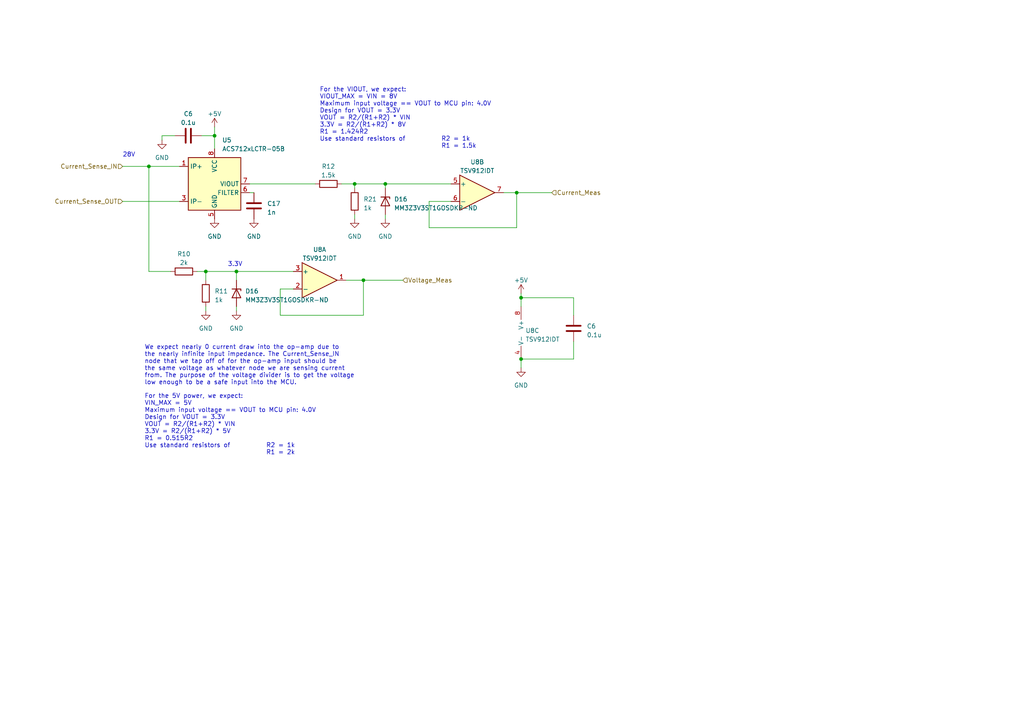
<source format=kicad_sch>
(kicad_sch (version 20230121) (generator eeschema)
  (paper "A4")
  (lib_symbols
    (symbol "Amplifier_Operational:TSV912IDT" (pin_names (offset 0.127))
      (property "Reference" "U" (at 0 5.08 0))
      (property "Value" "TSV912IDT" (at 0 -5.08 0))
      (symbol "TSV912IDT_1_1"
        (polyline (pts (xy -5.08 5.08) (xy 5.08 0) (xy -5.08 -5.08) (xy -5.08 5.08)) (stroke (width 0.254)) (fill (type background)))
        (pin output line (at 7.62 0 180) (length 2.54) (name "~") (number "1"))
        (pin input line (at -7.62 -2.54 0) (length 2.54) (name "-") (number "2"))
        (pin input line (at -7.62 2.54 0) (length 2.54) (name "+") (number "3"))
      )
      (symbol "TSV912IDT_2_1"
        (polyline (pts (xy -5.08 5.08) (xy 5.08 0) (xy -5.08 -5.08) (xy -5.08 5.08)) (stroke (width 0.254)) (fill (type background)))
        (pin input line (at -7.62 2.54 0) (length 2.54) (name "+") (number "5"))
        (pin input line (at -7.62 -2.54 0) (length 2.54) (name "-") (number "6"))
        (pin output line (at 7.62 0 180) (length 2.54) (name "~") (number "7"))
      )
      (symbol "TSV912IDT_3_1"
        (pin power_in line (at -2.54 -7.62 90) (length 3.81) (name "V-") (number "4"))
        (pin power_in line (at -2.54 7.62 270) (length 3.81) (name "V+") (number "8"))
      )
    )
    (symbol "Device:C" (pin_numbers hide) (pin_names (offset 0.254))
      (property "Reference" "C" (at 0.635 2.54 0))
      (property "Value" "C" (at 0.635 -2.54 0))
      (symbol "C_0_1"
        (polyline (pts (xy -2.032 -0.762) (xy 2.032 -0.762)) (stroke (width 0.508)))
        (polyline (pts (xy -2.032 0.762) (xy 2.032 0.762)) (stroke (width 0.508)))
      )
      (symbol "C_1_1"
        (pin passive line (at 0 3.81 270) (length 2.794) (name "~") (number "1"))
        (pin passive line (at 0 -3.81 90) (length 2.794) (name "~") (number "2"))
      )
    )
    (symbol "Device:D_Zener" (pin_numbers hide) (pin_names (offset 1.016) hide)
      (property "Reference" "D" (at 0 2.54 0))
      (property "Value" "D_Zener" (at 0 -2.54 0))
      (symbol "D_Zener_0_1"
        (polyline (pts (xy 1.27 0) (xy -1.27 0)))
        (polyline (pts (xy -1.27 -1.27) (xy -1.27 1.27) (xy -0.762 1.27)) (stroke (width 0.254)))
        (polyline (pts (xy 1.27 -1.27) (xy 1.27 1.27) (xy -1.27 0) (xy 1.27 -1.27)) (stroke (width 0.254)))
      )
      (symbol "D_Zener_1_1"
        (pin passive line (at -3.81 0 0) (length 2.54) (name "K") (number "1"))
        (pin passive line (at 3.81 0 180) (length 2.54) (name "A") (number "2"))
      )
    )
    (symbol "Device:R" (pin_numbers hide) (pin_names (offset 0))
      (property "Reference" "R" (at 2.032 0 90))
      (property "Value" "R" (at 0 0 90))
      (symbol "R_0_1"
        (rectangle (start -1.016 -2.54) (end 1.016 2.54) (stroke (width 0.254)))
      )
      (symbol "R_1_1"
        (pin passive line (at 0 3.81 270) (length 1.27) (name "~") (number "1"))
        (pin passive line (at 0 -3.81 90) (length 1.27) (name "~") (number "2"))
      )
    )
    (symbol "Sensor_Current:ACS712xLCTR-05B"
      (property "Reference" "U" (at 2.54 11.43 0))
      (property "Value" "ACS712xLCTR-05B" (at 2.54 8.89 0))
      (symbol "ACS712xLCTR-05B_0_1"
        (rectangle (start -7.62 7.62) (end 7.62 -7.62) (stroke (width 0.254)) (fill (type background)))
      )
      (symbol "ACS712xLCTR-05B_1_1"
        (pin passive line (at -10.16 5.08 0) (length 2.54) (name "IP+") (number "1"))
        (pin passive line (at -10.16 5.08 0) (length 2.54) hide (name "IP+") (number "2"))
        (pin passive line (at -10.16 -5.08 0) (length 2.54) (name "IP-") (number "3"))
        (pin passive line (at -10.16 -5.08 0) (length 2.54) hide (name "IP-") (number "4"))
        (pin power_in line (at 0 -10.16 90) (length 2.54) (name "GND") (number "5"))
        (pin passive line (at 10.16 -2.54 180) (length 2.54) (name "FILTER") (number "6"))
        (pin output line (at 10.16 0 180) (length 2.54) (name "VIOUT") (number "7"))
        (pin power_in line (at 0 10.16 270) (length 2.54) (name "VCC") (number "8"))
      )
    )
    (symbol "power:+5V" (power) (pin_names (offset 0))
      (property "Value" "+5V" (at 0 3.556 0))
      (symbol "+5V_0_1"
        (polyline (pts (xy -0.762 1.27) (xy 0 2.54)))
        (polyline (pts (xy 0 0) (xy 0 2.54)))
        (polyline (pts (xy 0 2.54) (xy 0.762 1.27)))
      )
      (symbol "+5V_1_1"
        (pin power_in line (at 0 0 90) (length 0) hide (name "+5V") (number "1"))
      )
    )
    (symbol "power:GND" (power) (pin_names (offset 0))
      (property "Value" "GND" (at 0 -3.81 0))
      (symbol "GND_0_1"
        (polyline (pts (xy 0 0) (xy 0 -1.27) (xy 1.27 -1.27) (xy 0 -2.54) (xy -1.27 -1.27) (xy 0 -1.27)))
      )
      (symbol "GND_1_1"
        (pin power_in line (at 0 0 270) (length 0) hide (name "GND") (number "1"))
      )
    )
  )
  (junction (at 43.18 48.26))
  (junction (at 59.69 78.74))
  (junction (at 111.76 53.34))
  (junction (at 105.41 81.28))
  (junction (at 102.87 53.34))
  (junction (at 151.13 86.36))
  (junction (at 62.23 39.37))
  (junction (at 149.86 55.88))
  (junction (at 68.58 78.74))
  (junction (at 151.13 104.14))
  (wire (pts (xy 102.87 53.34) (xy 111.76 53.34)))
  (wire (pts (xy 105.41 91.44) (xy 105.41 81.28)))
  (wire (pts (xy 58.42 39.37) (xy 62.23 39.37)))
  (wire (pts (xy 59.69 78.74) (xy 59.69 81.28)))
  (wire (pts (xy 43.18 48.26) (xy 52.07 48.26)))
  (wire (pts (xy 166.37 99.06) (xy 166.37 104.14)))
  (wire (pts (xy 72.39 55.88) (xy 73.66 55.88)))
  (wire (pts (xy 43.18 48.26) (xy 43.18 78.74)))
  (wire (pts (xy 72.39 53.34) (xy 91.44 53.34)))
  (wire (pts (xy 50.8 39.37) (xy 46.99 39.37)))
  (wire (pts (xy 151.13 106.68) (xy 151.13 104.14)))
  (wire (pts (xy 59.69 78.74) (xy 68.58 78.74)))
  (wire (pts (xy 146.05 55.88) (xy 149.86 55.88)))
  (wire (pts (xy 149.86 66.04) (xy 149.86 55.88)))
  (wire (pts (xy 130.81 58.42) (xy 124.46 58.42)))
  (wire (pts (xy 124.46 66.04) (xy 149.86 66.04)))
  (wire (pts (xy 151.13 86.36) (xy 166.37 86.36)))
  (wire (pts (xy 105.41 81.28) (xy 116.84 81.28)))
  (wire (pts (xy 81.28 91.44) (xy 105.41 91.44)))
  (wire (pts (xy 68.58 78.74) (xy 85.09 78.74)))
  (wire (pts (xy 81.28 83.82) (xy 81.28 91.44)))
  (wire (pts (xy 68.58 88.9) (xy 68.58 90.17)))
  (wire (pts (xy 149.86 55.88) (xy 160.02 55.88)))
  (wire (pts (xy 85.09 83.82) (xy 81.28 83.82)))
  (wire (pts (xy 111.76 53.34) (xy 111.76 54.61)))
  (wire (pts (xy 102.87 62.23) (xy 102.87 63.5)))
  (wire (pts (xy 151.13 86.36) (xy 151.13 88.9)))
  (wire (pts (xy 43.18 78.74) (xy 49.53 78.74)))
  (wire (pts (xy 102.87 53.34) (xy 102.87 54.61)))
  (wire (pts (xy 57.15 78.74) (xy 59.69 78.74)))
  (wire (pts (xy 124.46 58.42) (xy 124.46 66.04)))
  (wire (pts (xy 62.23 39.37) (xy 62.23 43.18)))
  (wire (pts (xy 62.23 36.83) (xy 62.23 39.37)))
  (wire (pts (xy 151.13 85.09) (xy 151.13 86.36)))
  (wire (pts (xy 99.06 53.34) (xy 102.87 53.34)))
  (wire (pts (xy 111.76 62.23) (xy 111.76 63.5)))
  (wire (pts (xy 35.56 48.26) (xy 43.18 48.26)))
  (wire (pts (xy 111.76 53.34) (xy 130.81 53.34)))
  (wire (pts (xy 166.37 86.36) (xy 166.37 91.44)))
  (wire (pts (xy 52.07 58.42) (xy 35.56 58.42)))
  (wire (pts (xy 105.41 81.28) (xy 100.33 81.28)))
  (wire (pts (xy 46.99 39.37) (xy 46.99 40.64)))
  (wire (pts (xy 166.37 104.14) (xy 151.13 104.14)))
  (wire (pts (xy 68.58 78.74) (xy 68.58 81.28)))
  (wire (pts (xy 59.69 88.9) (xy 59.69 90.17)))
  (text "We expect nearly 0 current draw into the op-amp due to\nthe nearly infinite input impedance. The Current_Sense_IN\nnode that we tap off of for the op-amp input should be\nthe same voltage as whatever node we are sensing current\nfrom. The purpose of the voltage divider is to get the voltage\nlow enough to be a safe input into the MCU." (at 41.91 111.76 0) (effects (font (size 1.27 1.27)) (justify left bottom)))
  (text "3.3V" (at 66.04 77.47 0) (effects (font (size 1.27 1.27)) (justify left bottom)))
  (text "For the 5V power, we expect:\nVIN_MAX = 5V\nMaximum input voltage == VOUT to MCU pin: 4.0V\nDesign for VOUT = 3.3V\nVOUT = R2/(R1+R2) * VIN\n3.3V = R2/(R1+R2) * 5V\nR1 = 0.515R2\nUse standard resistors of 	R2 = 1k\n							R1 = 2k" (at 41.91 132.08 0) (effects (font (size 1.27 1.27)) (justify left bottom)))
  (text "For the VIOUT, we expect:\nVIOUT_MAX = VIN = 8V\nMaximum input voltage == VOUT to MCU pin: 4.0V\nDesign for VOUT = 3.3V\nVOUT = R2/(R1+R2) * VIN\n3.3V = R2/(R1+R2) * 8V\nR1 = 1.424R2\nUse standard resistors of 	R2 = 1k\n							R1 = 1.5k" (at 92.71 43.18 0) (effects (font (size 1.27 1.27)) (justify left bottom)))
  (text "28V" (at 35.56 45.72 0) (effects (font (size 1.27 1.27)) (justify left bottom)))
  (hierarchical_label "Current_Sense_OUT" (shape input) (at 35.56 58.42 180))
  (hierarchical_label "Current_Sense_IN" (shape input) (at 35.56 48.26 180))
  (hierarchical_label "Current_Meas" (shape input) (at 160.02 55.88 0))
  (hierarchical_label "Voltage_Meas" (shape input) (at 116.84 81.28 0))
  (symbol (lib_id "power:GND") (at 73.66 63.5 0) (unit 1)
    (property "Reference" "#PWR064" (effects hide))
    (property "Value" "GND" (at 73.66 68.58 0))
    (instances (project "FCBoard" (path "" (reference "#PWR064") (unit 1)) (path "" (reference "#PWR054") (unit 1))))
  )
  (symbol (lib_id "Device:R") (at 95.25 53.34 90) (unit 1)
    (property "Reference" "R12" (at 95.25 48.26 90))
    (property "Value" "1.5k" (at 95.25 50.8 90))
    (property "Footprint" "Resistor_SMD:R_0805_2012Metric" (effects hide))
    (instances (project "FCBoard" (path "" (reference "R12") (unit 1)) (path "" (reference "R30") (unit 1))))
  )
  (symbol (lib_id "power:GND") (at 46.99 40.64 0) (unit 1)
    (property "Reference" "#PWR023" (effects hide))
    (property "Value" "GND" (at 46.99 45.72 0))
    (instances (project "FCBoard" (path "" (reference "#PWR023") (unit 1)) (path "" (reference "#PWR049") (unit 1))))
  )
  (symbol (lib_id "Device:D_Zener") (at 68.58 85.09 270) (unit 1)
    (property "Reference" "D16" (at 71.12 84.455 90) (effects (justify left)))
    (property "Value" "MM3Z3V3ST1GOSDKR-ND" (at 71.12 86.995 90) (effects (justify left)))
    (property "Footprint" "Diode_SMD:D_SOD-323" (effects hide))
    (property "Datasheet" "https://www.onsemi.com/pdf/datasheet/mm3z2v4st1-d.pdf" (effects hide))
    (instances (project "FCBoard" (path "" (reference "D16") (unit 1)) (path "" (reference "D17") (unit 1))))
  )
  (symbol (lib_id "power:GND") (at 102.87 63.5 0) (unit 1)
    (property "Reference" "#PWR065" (effects hide))
    (property "Value" "GND" (at 102.87 68.58 0))
    (instances (project "FCBoard" (path "" (reference "#PWR065") (unit 1)) (path "" (reference "#PWR055") (unit 1))))
  )
  (symbol (lib_id "Device:R") (at 102.87 58.42 180) (unit 1)
    (property "Reference" "R21" (at 105.41 57.785 0) (effects (justify right)))
    (property "Value" "1k" (at 105.41 60.325 0) (effects (justify right)))
    (property "Footprint" "Resistor_SMD:R_0805_2012Metric" (effects hide))
    (instances (project "FCBoard" (path "" (reference "R21") (unit 1)) (path "" (reference "R31") (unit 1))))
  )
  (symbol (lib_id "power:GND") (at 59.69 90.17 0) (unit 1)
    (property "Reference" "#PWR024" (effects hide))
    (property "Value" "GND" (at 59.69 95.25 0))
    (instances (project "FCBoard" (path "" (reference "#PWR024") (unit 1)) (path "" (reference "#PWR050") (unit 1))))
  )
  (symbol (lib_id "Device:C") (at 54.61 39.37 90) (unit 1)
    (property "Reference" "C6" (at 54.61 33.02 90))
    (property "Value" "0.1u" (at 54.61 35.56 90))
    (property "Footprint" "Capacitor_SMD:C_0603_1608Metric" (effects hide))
    (property "Datasheet" "https://connect.kemet.com:7667/gateway/IntelliData-ComponentDocumentation/1.0/download/datasheet/C0603C104K8RACTU" (effects hide))
    (property "Part" "C0603C104K8RAC7867" (effects hide))
    (instances (project "FCBoard" (path "" (reference "C6") (unit 1)) (path "" (reference "C35") (unit 1))))
  )
  (symbol (lib_id "power:+5V") (at 151.13 85.09 0) (unit 1)
    (property "Reference" "#PWR067" (effects hide))
    (property "Value" "+5V" (at 151.13 81.28 0))
    (instances (project "FCBoard" (path "" (reference "#PWR067") (unit 1)) (path "" (reference "#PWR057") (unit 1))))
  )
  (symbol (lib_id "Amplifier_Operational:TSV912IDT") (at 153.67 96.52 0) (unit 3)
    (property "Reference" "U8" (at 152.4 95.885 0) (effects (justify left)))
    (property "Value" "TSV912IDT" (at 152.4 98.425 0) (effects (justify left)))
    (property "Footprint" "BATT_FTP:SO8_STM" (effects hide))
    (property "Datasheet" "www.st.com/resource/en/datasheet/tsv911.pdf" (effects hide))
    (instances (project "FCBoard" (path "" (reference "U8") (unit 3)) (path "" (reference "U13") (unit 3))))
  )
  (symbol (lib_id "Amplifier_Operational:TSV912IDT") (at 138.43 55.88 0) (unit 2)
    (property "Reference" "U8" (at 138.43 46.99 0))
    (property "Value" "TSV912IDT" (at 138.43 49.53 0))
    (property "Footprint" "BATT_FTP:SO8_STM" (effects hide))
    (property "Datasheet" "www.st.com/resource/en/datasheet/tsv911.pdf" (effects hide))
    (instances (project "FCBoard" (path "" (reference "U8") (unit 2)) (path "" (reference "U13") (unit 2))))
  )
  (symbol (lib_id "Device:C") (at 166.37 95.25 0) (unit 1)
    (property "Reference" "C6" (at 170.18 94.615 0) (effects (justify left)))
    (property "Value" "0.1u" (at 170.18 97.155 0) (effects (justify left)))
    (property "Footprint" "Capacitor_SMD:C_0603_1608Metric" (effects hide))
    (property "Datasheet" "https://connect.kemet.com:7667/gateway/IntelliData-ComponentDocumentation/1.0/download/datasheet/C0603C104K8RACTU" (effects hide))
    (property "Part" "C0603C104K8RAC7867" (effects hide))
    (instances (project "FCBoard" (path "" (reference "C6") (unit 1)) (path "" (reference "C37") (unit 1))))
  )
  (symbol (lib_id "Device:R") (at 53.34 78.74 90) (unit 1)
    (property "Reference" "R10" (at 53.34 73.66 90))
    (property "Value" "2k" (at 53.34 76.2 90))
    (property "Footprint" "Resistor_SMD:R_0805_2012Metric" (effects hide))
    (instances (project "FCBoard" (path "" (reference "R10") (unit 1)) (path "" (reference "R28") (unit 1))))
  )
  (symbol (lib_id "Sensor_Current:ACS712xLCTR-05B") (at 62.23 53.34 0) (unit 1)
    (property "Reference" "U5" (at 64.4241 40.64 0) (effects (justify left)))
    (property "Value" "ACS712xLCTR-05B" (at 64.4241 43.18 0) (effects (justify left)))
    (property "Footprint" "Package_SO:SOIC-8_3.9x4.9mm_P1.27mm" (effects hide))
    (property "Datasheet" "http://www.allegromicro.com/~/media/Files/Datasheets/ACS712-Datasheet.ashx?la=en" (effects hide))
    (instances (project "FCBoard" (path "" (reference "U5") (unit 1)) (path "" (reference "U6") (unit 1)) (path "" (reference "U12") (unit 1))))
  )
  (symbol (lib_id "Amplifier_Operational:TSV912IDT") (at 92.71 81.28 0) (unit 1)
    (property "Reference" "U8" (at 92.71 72.39 0))
    (property "Value" "TSV912IDT" (at 92.71 74.93 0))
    (property "Footprint" "BATT_FTP:SO8_STM" (effects hide))
    (property "Datasheet" "www.st.com/resource/en/datasheet/tsv911.pdf" (effects hide))
    (instances (project "FCBoard" (path "" (reference "U8") (unit 1)) (path "" (reference "U13") (unit 1))))
  )
  (symbol (lib_id "Device:C") (at 73.66 59.69 180) (unit 1)
    (property "Reference" "C17" (at 77.47 59.055 0) (effects (justify right)))
    (property "Value" "1n" (at 77.47 61.595 0) (effects (justify right)))
    (property "Footprint" "Capacitor_SMD:C_0603_1608Metric" (effects hide))
    (property "Datasheet" "https://www.yageo.com/upload/media/product/app/datasheet/mlcc/upy-gphc_x7r_6_3v-to-250v.pdf" (effects hide))
    (property "Part" "CC0603JRX7R7BB102" (effects hide))
    (instances (project "FCBoard" (path "" (reference "C17") (unit 1)) (path "" (reference "C36") (unit 1))))
  )
  (symbol (lib_id "power:GND") (at 68.58 90.17 0) (unit 1)
    (property "Reference" "#PWR063" (effects hide))
    (property "Value" "GND" (at 68.58 95.25 0))
    (instances (project "FCBoard" (path "" (reference "#PWR063") (unit 1)) (path "" (reference "#PWR053") (unit 1))))
  )
  (symbol (lib_id "power:GND") (at 111.76 63.5 0) (unit 1)
    (property "Reference" "#PWR066" (effects hide))
    (property "Value" "GND" (at 111.76 68.58 0))
    (instances (project "FCBoard" (path "" (reference "#PWR066") (unit 1)) (path "" (reference "#PWR056") (unit 1))))
  )
  (symbol (lib_id "Device:D_Zener") (at 111.76 58.42 270) (unit 1)
    (property "Reference" "D16" (at 114.3 57.785 90) (effects (justify left)))
    (property "Value" "MM3Z3V3ST1GOSDKR-ND" (at 114.3 60.325 90) (effects (justify left)))
    (property "Footprint" "Diode_SMD:D_SOD-323" (effects hide))
    (property "Datasheet" "https://www.onsemi.com/pdf/datasheet/mm3z2v4st1-d.pdf" (effects hide))
    (instances (project "FCBoard" (path "" (reference "D16") (unit 1)) (path "" (reference "D8") (unit 1))))
  )
  (symbol (lib_id "power:GND") (at 62.23 63.5 0) (unit 1)
    (property "Reference" "#PWR062" (effects hide))
    (property "Value" "GND" (at 62.23 68.58 0))
    (instances (project "FCBoard" (path "" (reference "#PWR062") (unit 1)) (path "" (reference "#PWR052") (unit 1))))
  )
  (symbol (lib_id "power:+5V") (at 62.23 36.83 0) (unit 1)
    (property "Reference" "#PWR053" (effects hide))
    (property "Value" "+5V" (at 62.23 33.02 0))
    (instances (project "FCBoard" (path "" (reference "#PWR053") (unit 1)) (path "" (reference "#PWR051") (unit 1))))
  )
  (symbol (lib_id "power:GND") (at 151.13 106.68 0) (unit 1)
    (property "Reference" "#PWR068" (effects hide))
    (property "Value" "GND" (at 151.13 111.76 0))
    (instances (project "FCBoard" (path "" (reference "#PWR068") (unit 1)) (path "" (reference "#PWR058") (unit 1))))
  )
  (symbol (lib_id "Device:R") (at 59.69 85.09 180) (unit 1)
    (property "Reference" "R11" (at 62.23 84.455 0) (effects (justify right)))
    (property "Value" "1k" (at 62.23 86.995 0) (effects (justify right)))
    (property "Footprint" "Resistor_SMD:R_0805_2012Metric" (effects hide))
    (instances (project "FCBoard" (path "" (reference "R11") (unit 1)) (path "" (reference "R29") (unit 1))))
  )
)
</source>
